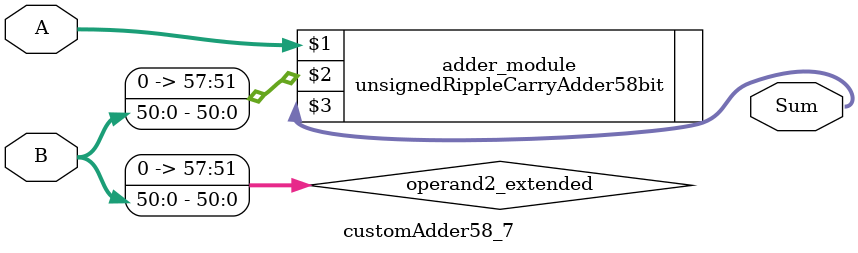
<source format=v>
module customAdder58_7(
                        input [57 : 0] A,
                        input [50 : 0] B,
                        
                        output [58 : 0] Sum
                );

        wire [57 : 0] operand2_extended;
        
        assign operand2_extended =  {7'b0, B};
        
        unsignedRippleCarryAdder58bit adder_module(
            A,
            operand2_extended,
            Sum
        );
        
        endmodule
        
</source>
